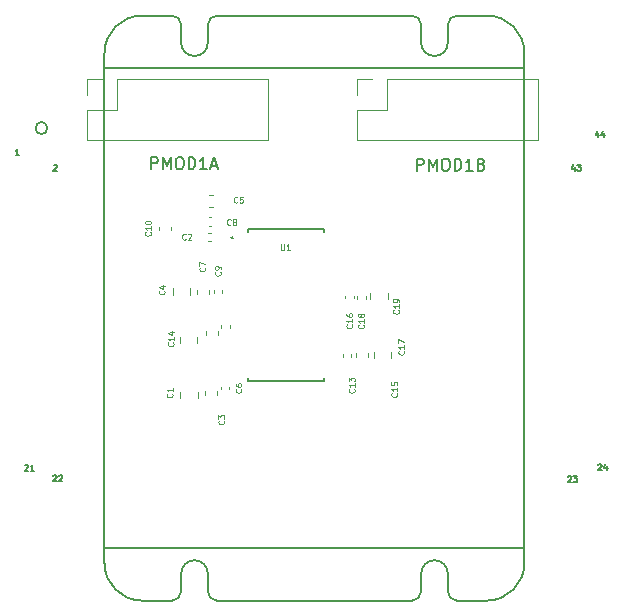
<source format=gbr>
%TF.GenerationSoftware,KiCad,Pcbnew,(5.99.0-10520-g1b9a8564af)*%
%TF.CreationDate,2021-07-21T11:30:59-07:00*%
%TF.ProjectId,cfc_emulator,6366635f-656d-4756-9c61-746f722e6b69,rev?*%
%TF.SameCoordinates,Original*%
%TF.FileFunction,Legend,Top*%
%TF.FilePolarity,Positive*%
%FSLAX46Y46*%
G04 Gerber Fmt 4.6, Leading zero omitted, Abs format (unit mm)*
G04 Created by KiCad (PCBNEW (5.99.0-10520-g1b9a8564af)) date 2021-07-21 11:30:59*
%MOMM*%
%LPD*%
G01*
G04 APERTURE LIST*
%ADD10C,0.150000*%
%ADD11C,0.125000*%
%ADD12C,0.127000*%
%ADD13C,0.120000*%
%ADD14C,0.152400*%
G04 APERTURE END LIST*
D10*
X168972266Y-77871580D02*
X168972266Y-76871580D01*
X169353219Y-76871580D01*
X169448457Y-76919200D01*
X169496076Y-76966819D01*
X169543695Y-77062057D01*
X169543695Y-77204914D01*
X169496076Y-77300152D01*
X169448457Y-77347771D01*
X169353219Y-77395390D01*
X168972266Y-77395390D01*
X169972266Y-77871580D02*
X169972266Y-76871580D01*
X170305600Y-77585866D01*
X170638933Y-76871580D01*
X170638933Y-77871580D01*
X171305600Y-76871580D02*
X171496076Y-76871580D01*
X171591314Y-76919200D01*
X171686552Y-77014438D01*
X171734171Y-77204914D01*
X171734171Y-77538247D01*
X171686552Y-77728723D01*
X171591314Y-77823961D01*
X171496076Y-77871580D01*
X171305600Y-77871580D01*
X171210361Y-77823961D01*
X171115123Y-77728723D01*
X171067504Y-77538247D01*
X171067504Y-77204914D01*
X171115123Y-77014438D01*
X171210361Y-76919200D01*
X171305600Y-76871580D01*
X172162742Y-77871580D02*
X172162742Y-76871580D01*
X172400838Y-76871580D01*
X172543695Y-76919200D01*
X172638933Y-77014438D01*
X172686552Y-77109676D01*
X172734171Y-77300152D01*
X172734171Y-77443009D01*
X172686552Y-77633485D01*
X172638933Y-77728723D01*
X172543695Y-77823961D01*
X172400838Y-77871580D01*
X172162742Y-77871580D01*
X173686552Y-77871580D02*
X173115123Y-77871580D01*
X173400838Y-77871580D02*
X173400838Y-76871580D01*
X173305600Y-77014438D01*
X173210361Y-77109676D01*
X173115123Y-77157295D01*
X174448457Y-77347771D02*
X174591314Y-77395390D01*
X174638933Y-77443009D01*
X174686552Y-77538247D01*
X174686552Y-77681104D01*
X174638933Y-77776342D01*
X174591314Y-77823961D01*
X174496076Y-77871580D01*
X174115123Y-77871580D01*
X174115123Y-76871580D01*
X174448457Y-76871580D01*
X174543695Y-76919200D01*
X174591314Y-76966819D01*
X174638933Y-77062057D01*
X174638933Y-77157295D01*
X174591314Y-77252533D01*
X174543695Y-77300152D01*
X174448457Y-77347771D01*
X174115123Y-77347771D01*
X146463095Y-77744580D02*
X146463095Y-76744580D01*
X146844047Y-76744580D01*
X146939285Y-76792200D01*
X146986904Y-76839819D01*
X147034523Y-76935057D01*
X147034523Y-77077914D01*
X146986904Y-77173152D01*
X146939285Y-77220771D01*
X146844047Y-77268390D01*
X146463095Y-77268390D01*
X147463095Y-77744580D02*
X147463095Y-76744580D01*
X147796428Y-77458866D01*
X148129761Y-76744580D01*
X148129761Y-77744580D01*
X148796428Y-76744580D02*
X148986904Y-76744580D01*
X149082142Y-76792200D01*
X149177380Y-76887438D01*
X149225000Y-77077914D01*
X149225000Y-77411247D01*
X149177380Y-77601723D01*
X149082142Y-77696961D01*
X148986904Y-77744580D01*
X148796428Y-77744580D01*
X148701190Y-77696961D01*
X148605952Y-77601723D01*
X148558333Y-77411247D01*
X148558333Y-77077914D01*
X148605952Y-76887438D01*
X148701190Y-76792200D01*
X148796428Y-76744580D01*
X149653571Y-77744580D02*
X149653571Y-76744580D01*
X149891666Y-76744580D01*
X150034523Y-76792200D01*
X150129761Y-76887438D01*
X150177380Y-76982676D01*
X150225000Y-77173152D01*
X150225000Y-77316009D01*
X150177380Y-77506485D01*
X150129761Y-77601723D01*
X150034523Y-77696961D01*
X149891666Y-77744580D01*
X149653571Y-77744580D01*
X151177380Y-77744580D02*
X150605952Y-77744580D01*
X150891666Y-77744580D02*
X150891666Y-76744580D01*
X150796428Y-76887438D01*
X150701190Y-76982676D01*
X150605952Y-77030295D01*
X151558333Y-77458866D02*
X152034523Y-77458866D01*
X151463095Y-77744580D02*
X151796428Y-76744580D01*
X152129761Y-77744580D01*
D11*
%TO.C,C13*%
X163652971Y-96358828D02*
X163676780Y-96382638D01*
X163700590Y-96454066D01*
X163700590Y-96501685D01*
X163676780Y-96573114D01*
X163629161Y-96620733D01*
X163581542Y-96644542D01*
X163486304Y-96668352D01*
X163414876Y-96668352D01*
X163319638Y-96644542D01*
X163272019Y-96620733D01*
X163224400Y-96573114D01*
X163200590Y-96501685D01*
X163200590Y-96454066D01*
X163224400Y-96382638D01*
X163248209Y-96358828D01*
X163700590Y-95882638D02*
X163700590Y-96168352D01*
X163700590Y-96025495D02*
X163200590Y-96025495D01*
X163272019Y-96073114D01*
X163319638Y-96120733D01*
X163343447Y-96168352D01*
X163200590Y-95715971D02*
X163200590Y-95406447D01*
X163391066Y-95573114D01*
X163391066Y-95501685D01*
X163414876Y-95454066D01*
X163438685Y-95430257D01*
X163486304Y-95406447D01*
X163605352Y-95406447D01*
X163652971Y-95430257D01*
X163676780Y-95454066D01*
X163700590Y-95501685D01*
X163700590Y-95644542D01*
X163676780Y-95692161D01*
X163652971Y-95715971D01*
%TO.C,C16*%
X163449771Y-90897828D02*
X163473580Y-90921638D01*
X163497390Y-90993066D01*
X163497390Y-91040685D01*
X163473580Y-91112114D01*
X163425961Y-91159733D01*
X163378342Y-91183542D01*
X163283104Y-91207352D01*
X163211676Y-91207352D01*
X163116438Y-91183542D01*
X163068819Y-91159733D01*
X163021200Y-91112114D01*
X162997390Y-91040685D01*
X162997390Y-90993066D01*
X163021200Y-90921638D01*
X163045009Y-90897828D01*
X163497390Y-90421638D02*
X163497390Y-90707352D01*
X163497390Y-90564495D02*
X162997390Y-90564495D01*
X163068819Y-90612114D01*
X163116438Y-90659733D01*
X163140247Y-90707352D01*
X162997390Y-89993066D02*
X162997390Y-90088304D01*
X163021200Y-90135923D01*
X163045009Y-90159733D01*
X163116438Y-90207352D01*
X163211676Y-90231161D01*
X163402152Y-90231161D01*
X163449771Y-90207352D01*
X163473580Y-90183542D01*
X163497390Y-90135923D01*
X163497390Y-90040685D01*
X163473580Y-89993066D01*
X163449771Y-89969257D01*
X163402152Y-89945447D01*
X163283104Y-89945447D01*
X163235485Y-89969257D01*
X163211676Y-89993066D01*
X163187866Y-90040685D01*
X163187866Y-90135923D01*
X163211676Y-90183542D01*
X163235485Y-90207352D01*
X163283104Y-90231161D01*
%TO.C,C1*%
X148235171Y-96755733D02*
X148258980Y-96779542D01*
X148282790Y-96850971D01*
X148282790Y-96898590D01*
X148258980Y-96970019D01*
X148211361Y-97017638D01*
X148163742Y-97041447D01*
X148068504Y-97065257D01*
X147997076Y-97065257D01*
X147901838Y-97041447D01*
X147854219Y-97017638D01*
X147806600Y-96970019D01*
X147782790Y-96898590D01*
X147782790Y-96850971D01*
X147806600Y-96779542D01*
X147830409Y-96755733D01*
X148282790Y-96279542D02*
X148282790Y-96565257D01*
X148282790Y-96422400D02*
X147782790Y-96422400D01*
X147854219Y-96470019D01*
X147901838Y-96517638D01*
X147925647Y-96565257D01*
%TO.C,C14*%
X148336771Y-92421828D02*
X148360580Y-92445638D01*
X148384390Y-92517066D01*
X148384390Y-92564685D01*
X148360580Y-92636114D01*
X148312961Y-92683733D01*
X148265342Y-92707542D01*
X148170104Y-92731352D01*
X148098676Y-92731352D01*
X148003438Y-92707542D01*
X147955819Y-92683733D01*
X147908200Y-92636114D01*
X147884390Y-92564685D01*
X147884390Y-92517066D01*
X147908200Y-92445638D01*
X147932009Y-92421828D01*
X148384390Y-91945638D02*
X148384390Y-92231352D01*
X148384390Y-92088495D02*
X147884390Y-92088495D01*
X147955819Y-92136114D01*
X148003438Y-92183733D01*
X148027247Y-92231352D01*
X148051057Y-91517066D02*
X148384390Y-91517066D01*
X147860580Y-91636114D02*
X148217723Y-91755161D01*
X148217723Y-91445638D01*
%TO.C,C5*%
X153764466Y-80544171D02*
X153740657Y-80567980D01*
X153669228Y-80591790D01*
X153621609Y-80591790D01*
X153550180Y-80567980D01*
X153502561Y-80520361D01*
X153478752Y-80472742D01*
X153454942Y-80377504D01*
X153454942Y-80306076D01*
X153478752Y-80210838D01*
X153502561Y-80163219D01*
X153550180Y-80115600D01*
X153621609Y-80091790D01*
X153669228Y-80091790D01*
X153740657Y-80115600D01*
X153764466Y-80139409D01*
X154216847Y-80091790D02*
X153978752Y-80091790D01*
X153954942Y-80329885D01*
X153978752Y-80306076D01*
X154026371Y-80282266D01*
X154145419Y-80282266D01*
X154193038Y-80306076D01*
X154216847Y-80329885D01*
X154240657Y-80377504D01*
X154240657Y-80496552D01*
X154216847Y-80544171D01*
X154193038Y-80567980D01*
X154145419Y-80591790D01*
X154026371Y-80591790D01*
X153978752Y-80567980D01*
X153954942Y-80544171D01*
%TO.C,C4*%
X147574771Y-88043533D02*
X147598580Y-88067342D01*
X147622390Y-88138771D01*
X147622390Y-88186390D01*
X147598580Y-88257819D01*
X147550961Y-88305438D01*
X147503342Y-88329247D01*
X147408104Y-88353057D01*
X147336676Y-88353057D01*
X147241438Y-88329247D01*
X147193819Y-88305438D01*
X147146200Y-88257819D01*
X147122390Y-88186390D01*
X147122390Y-88138771D01*
X147146200Y-88067342D01*
X147170009Y-88043533D01*
X147289057Y-87614961D02*
X147622390Y-87614961D01*
X147098580Y-87734009D02*
X147455723Y-87853057D01*
X147455723Y-87543533D01*
%TO.C,C18*%
X164440371Y-90923228D02*
X164464180Y-90947038D01*
X164487990Y-91018466D01*
X164487990Y-91066085D01*
X164464180Y-91137514D01*
X164416561Y-91185133D01*
X164368942Y-91208942D01*
X164273704Y-91232752D01*
X164202276Y-91232752D01*
X164107038Y-91208942D01*
X164059419Y-91185133D01*
X164011800Y-91137514D01*
X163987990Y-91066085D01*
X163987990Y-91018466D01*
X164011800Y-90947038D01*
X164035609Y-90923228D01*
X164487990Y-90447038D02*
X164487990Y-90732752D01*
X164487990Y-90589895D02*
X163987990Y-90589895D01*
X164059419Y-90637514D01*
X164107038Y-90685133D01*
X164130847Y-90732752D01*
X164202276Y-90161323D02*
X164178466Y-90208942D01*
X164154657Y-90232752D01*
X164107038Y-90256561D01*
X164083228Y-90256561D01*
X164035609Y-90232752D01*
X164011800Y-90208942D01*
X163987990Y-90161323D01*
X163987990Y-90066085D01*
X164011800Y-90018466D01*
X164035609Y-89994657D01*
X164083228Y-89970847D01*
X164107038Y-89970847D01*
X164154657Y-89994657D01*
X164178466Y-90018466D01*
X164202276Y-90066085D01*
X164202276Y-90161323D01*
X164226085Y-90208942D01*
X164249895Y-90232752D01*
X164297514Y-90256561D01*
X164392752Y-90256561D01*
X164440371Y-90232752D01*
X164464180Y-90208942D01*
X164487990Y-90161323D01*
X164487990Y-90066085D01*
X164464180Y-90018466D01*
X164440371Y-89994657D01*
X164392752Y-89970847D01*
X164297514Y-89970847D01*
X164249895Y-89994657D01*
X164226085Y-90018466D01*
X164202276Y-90066085D01*
%TO.C,C15*%
X167259771Y-96714428D02*
X167283580Y-96738238D01*
X167307390Y-96809666D01*
X167307390Y-96857285D01*
X167283580Y-96928714D01*
X167235961Y-96976333D01*
X167188342Y-97000142D01*
X167093104Y-97023952D01*
X167021676Y-97023952D01*
X166926438Y-97000142D01*
X166878819Y-96976333D01*
X166831200Y-96928714D01*
X166807390Y-96857285D01*
X166807390Y-96809666D01*
X166831200Y-96738238D01*
X166855009Y-96714428D01*
X167307390Y-96238238D02*
X167307390Y-96523952D01*
X167307390Y-96381095D02*
X166807390Y-96381095D01*
X166878819Y-96428714D01*
X166926438Y-96476333D01*
X166950247Y-96523952D01*
X166807390Y-95785857D02*
X166807390Y-96023952D01*
X167045485Y-96047761D01*
X167021676Y-96023952D01*
X166997866Y-95976333D01*
X166997866Y-95857285D01*
X167021676Y-95809666D01*
X167045485Y-95785857D01*
X167093104Y-95762047D01*
X167212152Y-95762047D01*
X167259771Y-95785857D01*
X167283580Y-95809666D01*
X167307390Y-95857285D01*
X167307390Y-95976333D01*
X167283580Y-96023952D01*
X167259771Y-96047761D01*
%TO.C,C10*%
X146398771Y-83074628D02*
X146422580Y-83098438D01*
X146446390Y-83169866D01*
X146446390Y-83217485D01*
X146422580Y-83288914D01*
X146374961Y-83336533D01*
X146327342Y-83360342D01*
X146232104Y-83384152D01*
X146160676Y-83384152D01*
X146065438Y-83360342D01*
X146017819Y-83336533D01*
X145970200Y-83288914D01*
X145946390Y-83217485D01*
X145946390Y-83169866D01*
X145970200Y-83098438D01*
X145994009Y-83074628D01*
X146446390Y-82598438D02*
X146446390Y-82884152D01*
X146446390Y-82741295D02*
X145946390Y-82741295D01*
X146017819Y-82788914D01*
X146065438Y-82836533D01*
X146089247Y-82884152D01*
X145946390Y-82288914D02*
X145946390Y-82241295D01*
X145970200Y-82193676D01*
X145994009Y-82169866D01*
X146041628Y-82146057D01*
X146136866Y-82122247D01*
X146255914Y-82122247D01*
X146351152Y-82146057D01*
X146398771Y-82169866D01*
X146422580Y-82193676D01*
X146446390Y-82241295D01*
X146446390Y-82288914D01*
X146422580Y-82336533D01*
X146398771Y-82360342D01*
X146351152Y-82384152D01*
X146255914Y-82407961D01*
X146136866Y-82407961D01*
X146041628Y-82384152D01*
X145994009Y-82360342D01*
X145970200Y-82336533D01*
X145946390Y-82288914D01*
%TO.C,C3*%
X152603971Y-99041733D02*
X152627780Y-99065542D01*
X152651590Y-99136971D01*
X152651590Y-99184590D01*
X152627780Y-99256019D01*
X152580161Y-99303638D01*
X152532542Y-99327447D01*
X152437304Y-99351257D01*
X152365876Y-99351257D01*
X152270638Y-99327447D01*
X152223019Y-99303638D01*
X152175400Y-99256019D01*
X152151590Y-99184590D01*
X152151590Y-99136971D01*
X152175400Y-99065542D01*
X152199209Y-99041733D01*
X152151590Y-98875066D02*
X152151590Y-98565542D01*
X152342066Y-98732209D01*
X152342066Y-98660780D01*
X152365876Y-98613161D01*
X152389685Y-98589352D01*
X152437304Y-98565542D01*
X152556352Y-98565542D01*
X152603971Y-98589352D01*
X152627780Y-98613161D01*
X152651590Y-98660780D01*
X152651590Y-98803638D01*
X152627780Y-98851257D01*
X152603971Y-98875066D01*
%TO.C,C7*%
X151003771Y-86087733D02*
X151027580Y-86111542D01*
X151051390Y-86182971D01*
X151051390Y-86230590D01*
X151027580Y-86302019D01*
X150979961Y-86349638D01*
X150932342Y-86373447D01*
X150837104Y-86397257D01*
X150765676Y-86397257D01*
X150670438Y-86373447D01*
X150622819Y-86349638D01*
X150575200Y-86302019D01*
X150551390Y-86230590D01*
X150551390Y-86182971D01*
X150575200Y-86111542D01*
X150599009Y-86087733D01*
X150551390Y-85921066D02*
X150551390Y-85587733D01*
X151051390Y-85802019D01*
D12*
%TO.C,J1*%
X135285179Y-76582209D02*
X134994893Y-76582209D01*
X135140036Y-76582209D02*
X135140036Y-76074209D01*
X135091655Y-76146780D01*
X135043274Y-76195161D01*
X134994893Y-76219352D01*
X138220693Y-77412909D02*
X138244884Y-77388719D01*
X138293265Y-77364528D01*
X138414217Y-77364528D01*
X138462598Y-77388719D01*
X138486789Y-77412909D01*
X138510979Y-77461290D01*
X138510979Y-77509671D01*
X138486789Y-77582242D01*
X138196503Y-77872528D01*
X138510979Y-77872528D01*
X184342616Y-74719542D02*
X184342616Y-75058209D01*
X184221664Y-74526019D02*
X184100711Y-74888876D01*
X184415188Y-74888876D01*
X184826426Y-74719542D02*
X184826426Y-75058209D01*
X184705473Y-74526019D02*
X184584521Y-74888876D01*
X184898997Y-74888876D01*
X135789911Y-102817990D02*
X135814102Y-102793800D01*
X135862483Y-102769609D01*
X135983435Y-102769609D01*
X136031816Y-102793800D01*
X136056007Y-102817990D01*
X136080197Y-102866371D01*
X136080197Y-102914752D01*
X136056007Y-102987323D01*
X135765721Y-103277609D01*
X136080197Y-103277609D01*
X136564007Y-103277609D02*
X136273721Y-103277609D01*
X136418864Y-103277609D02*
X136418864Y-102769609D01*
X136370483Y-102842180D01*
X136322102Y-102890561D01*
X136273721Y-102914752D01*
X138177511Y-103732390D02*
X138201702Y-103708200D01*
X138250083Y-103684009D01*
X138371035Y-103684009D01*
X138419416Y-103708200D01*
X138443607Y-103732390D01*
X138467797Y-103780771D01*
X138467797Y-103829152D01*
X138443607Y-103901723D01*
X138153321Y-104192009D01*
X138467797Y-104192009D01*
X138661321Y-103732390D02*
X138685511Y-103708200D01*
X138733892Y-103684009D01*
X138854845Y-103684009D01*
X138903226Y-103708200D01*
X138927416Y-103732390D01*
X138951607Y-103780771D01*
X138951607Y-103829152D01*
X138927416Y-103901723D01*
X138637130Y-104192009D01*
X138951607Y-104192009D01*
X182333475Y-77533861D02*
X182333475Y-77872528D01*
X182212523Y-77340338D02*
X182091570Y-77703195D01*
X182406047Y-77703195D01*
X182551189Y-77364528D02*
X182865666Y-77364528D01*
X182696332Y-77558052D01*
X182768904Y-77558052D01*
X182817285Y-77582242D01*
X182841475Y-77606433D01*
X182865666Y-77654814D01*
X182865666Y-77775766D01*
X182841475Y-77824147D01*
X182817285Y-77848338D01*
X182768904Y-77872528D01*
X182623761Y-77872528D01*
X182575380Y-77848338D01*
X182551189Y-77824147D01*
X184329311Y-102767190D02*
X184353502Y-102743000D01*
X184401883Y-102718809D01*
X184522835Y-102718809D01*
X184571216Y-102743000D01*
X184595407Y-102767190D01*
X184619597Y-102815571D01*
X184619597Y-102863952D01*
X184595407Y-102936523D01*
X184305121Y-103226809D01*
X184619597Y-103226809D01*
X185055026Y-102888142D02*
X185055026Y-103226809D01*
X184934073Y-102694619D02*
X184813121Y-103057476D01*
X185127597Y-103057476D01*
X181763911Y-103783190D02*
X181788102Y-103759000D01*
X181836483Y-103734809D01*
X181957435Y-103734809D01*
X182005816Y-103759000D01*
X182030007Y-103783190D01*
X182054197Y-103831571D01*
X182054197Y-103879952D01*
X182030007Y-103952523D01*
X181739721Y-104242809D01*
X182054197Y-104242809D01*
X182223530Y-103734809D02*
X182538007Y-103734809D01*
X182368673Y-103928333D01*
X182441245Y-103928333D01*
X182489626Y-103952523D01*
X182513816Y-103976714D01*
X182538007Y-104025095D01*
X182538007Y-104146047D01*
X182513816Y-104194428D01*
X182489626Y-104218619D01*
X182441245Y-104242809D01*
X182296102Y-104242809D01*
X182247721Y-104218619D01*
X182223530Y-104194428D01*
D11*
%TO.C,C2*%
X149395666Y-83668371D02*
X149371857Y-83692180D01*
X149300428Y-83715990D01*
X149252809Y-83715990D01*
X149181380Y-83692180D01*
X149133761Y-83644561D01*
X149109952Y-83596942D01*
X149086142Y-83501704D01*
X149086142Y-83430276D01*
X149109952Y-83335038D01*
X149133761Y-83287419D01*
X149181380Y-83239800D01*
X149252809Y-83215990D01*
X149300428Y-83215990D01*
X149371857Y-83239800D01*
X149395666Y-83263609D01*
X149586142Y-83263609D02*
X149609952Y-83239800D01*
X149657571Y-83215990D01*
X149776619Y-83215990D01*
X149824238Y-83239800D01*
X149848047Y-83263609D01*
X149871857Y-83311228D01*
X149871857Y-83358847D01*
X149848047Y-83430276D01*
X149562333Y-83715990D01*
X149871857Y-83715990D01*
%TO.C,U1*%
X157454647Y-84079590D02*
X157454647Y-84484352D01*
X157478457Y-84531971D01*
X157502266Y-84555780D01*
X157549885Y-84579590D01*
X157645123Y-84579590D01*
X157692742Y-84555780D01*
X157716552Y-84531971D01*
X157740361Y-84484352D01*
X157740361Y-84079590D01*
X158240361Y-84579590D02*
X157954647Y-84579590D01*
X158097504Y-84579590D02*
X158097504Y-84079590D01*
X158049885Y-84151019D01*
X158002266Y-84198638D01*
X157954647Y-84222447D01*
%TO.C,C17*%
X167843971Y-93133028D02*
X167867780Y-93156838D01*
X167891590Y-93228266D01*
X167891590Y-93275885D01*
X167867780Y-93347314D01*
X167820161Y-93394933D01*
X167772542Y-93418742D01*
X167677304Y-93442552D01*
X167605876Y-93442552D01*
X167510638Y-93418742D01*
X167463019Y-93394933D01*
X167415400Y-93347314D01*
X167391590Y-93275885D01*
X167391590Y-93228266D01*
X167415400Y-93156838D01*
X167439209Y-93133028D01*
X167891590Y-92656838D02*
X167891590Y-92942552D01*
X167891590Y-92799695D02*
X167391590Y-92799695D01*
X167463019Y-92847314D01*
X167510638Y-92894933D01*
X167534447Y-92942552D01*
X167391590Y-92490171D02*
X167391590Y-92156838D01*
X167891590Y-92371123D01*
%TO.C,C8*%
X153205666Y-82423771D02*
X153181857Y-82447580D01*
X153110428Y-82471390D01*
X153062809Y-82471390D01*
X152991380Y-82447580D01*
X152943761Y-82399961D01*
X152919952Y-82352342D01*
X152896142Y-82257104D01*
X152896142Y-82185676D01*
X152919952Y-82090438D01*
X152943761Y-82042819D01*
X152991380Y-81995200D01*
X153062809Y-81971390D01*
X153110428Y-81971390D01*
X153181857Y-81995200D01*
X153205666Y-82019009D01*
X153491380Y-82185676D02*
X153443761Y-82161866D01*
X153419952Y-82138057D01*
X153396142Y-82090438D01*
X153396142Y-82066628D01*
X153419952Y-82019009D01*
X153443761Y-81995200D01*
X153491380Y-81971390D01*
X153586619Y-81971390D01*
X153634238Y-81995200D01*
X153658047Y-82019009D01*
X153681857Y-82066628D01*
X153681857Y-82090438D01*
X153658047Y-82138057D01*
X153634238Y-82161866D01*
X153586619Y-82185676D01*
X153491380Y-82185676D01*
X153443761Y-82209485D01*
X153419952Y-82233295D01*
X153396142Y-82280914D01*
X153396142Y-82376152D01*
X153419952Y-82423771D01*
X153443761Y-82447580D01*
X153491380Y-82471390D01*
X153586619Y-82471390D01*
X153634238Y-82447580D01*
X153658047Y-82423771D01*
X153681857Y-82376152D01*
X153681857Y-82280914D01*
X153658047Y-82233295D01*
X153634238Y-82209485D01*
X153586619Y-82185676D01*
%TO.C,C9*%
X152324571Y-86443333D02*
X152348380Y-86467142D01*
X152372190Y-86538571D01*
X152372190Y-86586190D01*
X152348380Y-86657619D01*
X152300761Y-86705238D01*
X152253142Y-86729047D01*
X152157904Y-86752857D01*
X152086476Y-86752857D01*
X151991238Y-86729047D01*
X151943619Y-86705238D01*
X151896000Y-86657619D01*
X151872190Y-86586190D01*
X151872190Y-86538571D01*
X151896000Y-86467142D01*
X151919809Y-86443333D01*
X152372190Y-86205238D02*
X152372190Y-86110000D01*
X152348380Y-86062380D01*
X152324571Y-86038571D01*
X152253142Y-85990952D01*
X152157904Y-85967142D01*
X151967428Y-85967142D01*
X151919809Y-85990952D01*
X151896000Y-86014761D01*
X151872190Y-86062380D01*
X151872190Y-86157619D01*
X151896000Y-86205238D01*
X151919809Y-86229047D01*
X151967428Y-86252857D01*
X152086476Y-86252857D01*
X152134095Y-86229047D01*
X152157904Y-86205238D01*
X152181714Y-86157619D01*
X152181714Y-86062380D01*
X152157904Y-86014761D01*
X152134095Y-85990952D01*
X152086476Y-85967142D01*
%TO.C,C6*%
X154068771Y-96349333D02*
X154092580Y-96373142D01*
X154116390Y-96444571D01*
X154116390Y-96492190D01*
X154092580Y-96563619D01*
X154044961Y-96611238D01*
X153997342Y-96635047D01*
X153902104Y-96658857D01*
X153830676Y-96658857D01*
X153735438Y-96635047D01*
X153687819Y-96611238D01*
X153640200Y-96563619D01*
X153616390Y-96492190D01*
X153616390Y-96444571D01*
X153640200Y-96373142D01*
X153664009Y-96349333D01*
X153616390Y-95920761D02*
X153616390Y-96016000D01*
X153640200Y-96063619D01*
X153664009Y-96087428D01*
X153735438Y-96135047D01*
X153830676Y-96158857D01*
X154021152Y-96158857D01*
X154068771Y-96135047D01*
X154092580Y-96111238D01*
X154116390Y-96063619D01*
X154116390Y-95968380D01*
X154092580Y-95920761D01*
X154068771Y-95896952D01*
X154021152Y-95873142D01*
X153902104Y-95873142D01*
X153854485Y-95896952D01*
X153830676Y-95920761D01*
X153806866Y-95968380D01*
X153806866Y-96063619D01*
X153830676Y-96111238D01*
X153854485Y-96135047D01*
X153902104Y-96158857D01*
%TO.C,C19*%
X167412171Y-89678628D02*
X167435980Y-89702438D01*
X167459790Y-89773866D01*
X167459790Y-89821485D01*
X167435980Y-89892914D01*
X167388361Y-89940533D01*
X167340742Y-89964342D01*
X167245504Y-89988152D01*
X167174076Y-89988152D01*
X167078838Y-89964342D01*
X167031219Y-89940533D01*
X166983600Y-89892914D01*
X166959790Y-89821485D01*
X166959790Y-89773866D01*
X166983600Y-89702438D01*
X167007409Y-89678628D01*
X167459790Y-89202438D02*
X167459790Y-89488152D01*
X167459790Y-89345295D02*
X166959790Y-89345295D01*
X167031219Y-89392914D01*
X167078838Y-89440533D01*
X167102647Y-89488152D01*
X167459790Y-88964342D02*
X167459790Y-88869104D01*
X167435980Y-88821485D01*
X167412171Y-88797676D01*
X167340742Y-88750057D01*
X167245504Y-88726247D01*
X167055028Y-88726247D01*
X167007409Y-88750057D01*
X166983600Y-88773866D01*
X166959790Y-88821485D01*
X166959790Y-88916723D01*
X166983600Y-88964342D01*
X167007409Y-88988152D01*
X167055028Y-89011961D01*
X167174076Y-89011961D01*
X167221695Y-88988152D01*
X167245504Y-88964342D01*
X167269314Y-88916723D01*
X167269314Y-88821485D01*
X167245504Y-88773866D01*
X167221695Y-88750057D01*
X167174076Y-88726247D01*
D13*
%TO.C,C13*%
X163428000Y-93381565D02*
X163428000Y-93613235D01*
X162708000Y-93381565D02*
X162708000Y-93613235D01*
%TO.C,C16*%
X163605800Y-88685635D02*
X163605800Y-88453965D01*
X162885800Y-88685635D02*
X162885800Y-88453965D01*
%TO.C,C1*%
X148947200Y-96639748D02*
X148947200Y-97162252D01*
X150417200Y-96639748D02*
X150417200Y-97162252D01*
%TO.C,C14*%
X148896400Y-91966148D02*
X148896400Y-92488652D01*
X150366400Y-91966148D02*
X150366400Y-92488652D01*
%TO.C,C5*%
X151681567Y-80951800D02*
X151389033Y-80951800D01*
X151681567Y-79931800D02*
X151389033Y-79931800D01*
%TO.C,C4*%
X148286800Y-87851348D02*
X148286800Y-88373852D01*
X149756800Y-87851348D02*
X149756800Y-88373852D01*
%TO.C,J3*%
X166471600Y-70113600D02*
X179231600Y-70113600D01*
X166471600Y-70113600D02*
X166471600Y-72713600D01*
X163871600Y-75313600D02*
X179231600Y-75313600D01*
X165201600Y-70113600D02*
X163871600Y-70113600D01*
X163871600Y-72713600D02*
X163871600Y-75313600D01*
X166471600Y-72713600D02*
X163871600Y-72713600D01*
X179231600Y-70113600D02*
X179231600Y-75313600D01*
X163871600Y-70113600D02*
X163871600Y-71443600D01*
%TO.C,C18*%
X163901800Y-88711035D02*
X163901800Y-88479365D01*
X164621800Y-88711035D02*
X164621800Y-88479365D01*
%TO.C,J2*%
X156371600Y-70113600D02*
X156371600Y-75313600D01*
X141011600Y-72713600D02*
X141011600Y-75313600D01*
X141011600Y-75313600D02*
X156371600Y-75313600D01*
X142341600Y-70113600D02*
X141011600Y-70113600D01*
X141011600Y-70113600D02*
X141011600Y-71443600D01*
X143611600Y-70113600D02*
X143611600Y-72713600D01*
X143611600Y-72713600D02*
X141011600Y-72713600D01*
X143611600Y-70113600D02*
X156371600Y-70113600D01*
%TO.C,C15*%
X163828000Y-93325733D02*
X163828000Y-93618267D01*
X164848000Y-93325733D02*
X164848000Y-93618267D01*
%TO.C,C10*%
X147140200Y-82899467D02*
X147140200Y-82606933D01*
X148160200Y-82899467D02*
X148160200Y-82606933D01*
%TO.C,C3*%
X152046400Y-96551533D02*
X152046400Y-96844067D01*
X151026400Y-96551533D02*
X151026400Y-96844067D01*
%TO.C,C7*%
X151360600Y-88017133D02*
X151360600Y-88309667D01*
X150340600Y-88017133D02*
X150340600Y-88309667D01*
D12*
%TO.C,J1*%
X142519400Y-109829600D02*
X178079400Y-109829600D01*
X152031900Y-64744600D02*
X168566900Y-64744600D01*
X145694400Y-64744600D02*
X148246900Y-64744600D01*
X172351900Y-64744600D02*
X174904400Y-64744600D01*
X149009022Y-113512600D02*
X149009022Y-112004878D01*
X142519400Y-69189600D02*
X178079400Y-69189600D01*
X151269782Y-112004878D02*
X151269782Y-113512600D01*
X171589900Y-65506600D02*
X171589900Y-67030600D01*
X178079400Y-67919600D02*
X178079400Y-111099600D01*
X169328900Y-67030600D02*
X169328900Y-65506600D01*
X171587440Y-112063100D02*
X171587440Y-113512600D01*
X169329200Y-113512600D02*
X169329200Y-112014478D01*
X142519400Y-111099600D02*
X142519400Y-67919600D01*
X148247022Y-114274600D02*
X145694400Y-114274600D01*
X149008900Y-67030600D02*
X149008900Y-65506600D01*
X174904400Y-114274600D02*
X172349440Y-114274600D01*
X151269900Y-65506600D02*
X151269900Y-67030600D01*
X168567200Y-114274600D02*
X152031782Y-114274600D01*
X151269900Y-67030600D02*
G75*
G02*
X149008900Y-67030600I-1130500J0D01*
G01*
X149009020Y-112004876D02*
G75*
G02*
X151269782Y-112004878I1130381J16280D01*
G01*
X145694400Y-114274600D02*
G75*
G02*
X142519400Y-111099600I0J3175000D01*
G01*
X169329194Y-112014476D02*
G75*
G02*
X171587440Y-112063100I1130204J25877D01*
G01*
X168566900Y-64744600D02*
G75*
G02*
X169328900Y-65506600I0J-762000D01*
G01*
X149009022Y-113512600D02*
G75*
G02*
X148247022Y-114274600I-762000J0D01*
G01*
X174904400Y-64744600D02*
G75*
G02*
X178079400Y-67919600I0J-3175000D01*
G01*
X152031782Y-114274600D02*
G75*
G02*
X151269782Y-113512600I0J762000D01*
G01*
X148246900Y-64744600D02*
G75*
G02*
X149008900Y-65506600I0J-762000D01*
G01*
X169329200Y-113512600D02*
G75*
G02*
X168567200Y-114274600I-762000J0D01*
G01*
X171589900Y-67030600D02*
G75*
G02*
X169328900Y-67030600I-1130500J0D01*
G01*
X172349440Y-114274600D02*
G75*
G02*
X171587440Y-113512600I0J762000D01*
G01*
X142519400Y-67919600D02*
G75*
G02*
X145694400Y-64744600I3175000J0D01*
G01*
X151269900Y-65506600D02*
G75*
G02*
X152031900Y-64744600I762000J0D01*
G01*
X171589900Y-65506600D02*
G75*
G02*
X172351900Y-64744600I762000J0D01*
G01*
X178079400Y-111099600D02*
G75*
G02*
X174904400Y-114274600I-3175000J0D01*
G01*
D14*
X137693400Y-74269600D02*
G75*
G03*
X137693400Y-74269600I-508000J0D01*
G01*
D13*
%TO.C,C2*%
X151507035Y-83129800D02*
X151275365Y-83129800D01*
X151507035Y-83849800D02*
X151275365Y-83849800D01*
D14*
%TO.C,U1*%
X161135913Y-83106328D02*
X161135913Y-82852328D01*
X161135913Y-82852328D02*
X154684313Y-82852328D01*
X154684313Y-82852328D02*
X154684313Y-83106328D01*
X154684313Y-95704728D02*
X161135913Y-95704728D01*
X154684313Y-95450728D02*
X154684313Y-95704728D01*
X161135913Y-95704728D02*
X161135913Y-95450728D01*
X153363515Y-83461928D02*
G75*
G03*
X153363513Y-83614328I-19000J-76200D01*
G01*
D13*
%TO.C,C17*%
X165304800Y-93210748D02*
X165304800Y-93733252D01*
X166774800Y-93210748D02*
X166774800Y-93733252D01*
%TO.C,C8*%
X151564835Y-81809000D02*
X151333165Y-81809000D01*
X151564835Y-82529000D02*
X151333165Y-82529000D01*
%TO.C,C11*%
X152395600Y-90968565D02*
X152395600Y-91200235D01*
X153115600Y-90968565D02*
X153115600Y-91200235D01*
%TO.C,C9*%
X151786000Y-87982565D02*
X151786000Y-88214235D01*
X152506000Y-87982565D02*
X152506000Y-88214235D01*
%TO.C,C6*%
X152370200Y-96150165D02*
X152370200Y-96381835D01*
X153090200Y-96150165D02*
X153090200Y-96381835D01*
%TO.C,C12*%
X151102600Y-91471533D02*
X151102600Y-91764067D01*
X152122600Y-91471533D02*
X152122600Y-91764067D01*
%TO.C,C19*%
X165025400Y-88780252D02*
X165025400Y-88257748D01*
X166495400Y-88780252D02*
X166495400Y-88257748D01*
%TD*%
M02*

</source>
